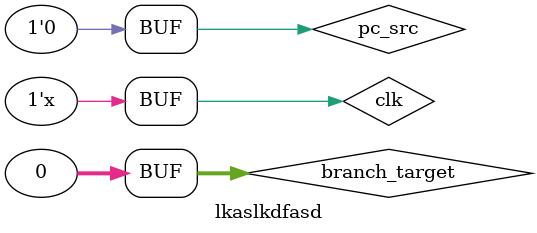
<source format=v>
`timescale 1ns / 1ps


module lkaslkdfasd;

	// Inputs
	reg clk;
	reg [31:0] branch_target;
	reg pc_src;

	// Outputs
	wire [31:0] next_pc;
	wire [31:0] instruction;
	wire hit;

	// Instantiate the Unit Under Test (UUT)
	fetch uut (
		.clk(clk), 
		.branch_target(branch_target), 
		.pc_src(pc_src), 
		.next_pc(next_pc), 
		.instruction(instruction), 
		.hit(hit)
	);

	initial begin
		// Initialize Inputs
		clk = 0;
		branch_target = 0;
		pc_src = 0;

		// Wait 100 ns for global reset to finish
		#100;
        
		// Add stimulus here

	end
	always begin
	#10;
	clk=~clk;
	end	
      
      
endmodule


</source>
